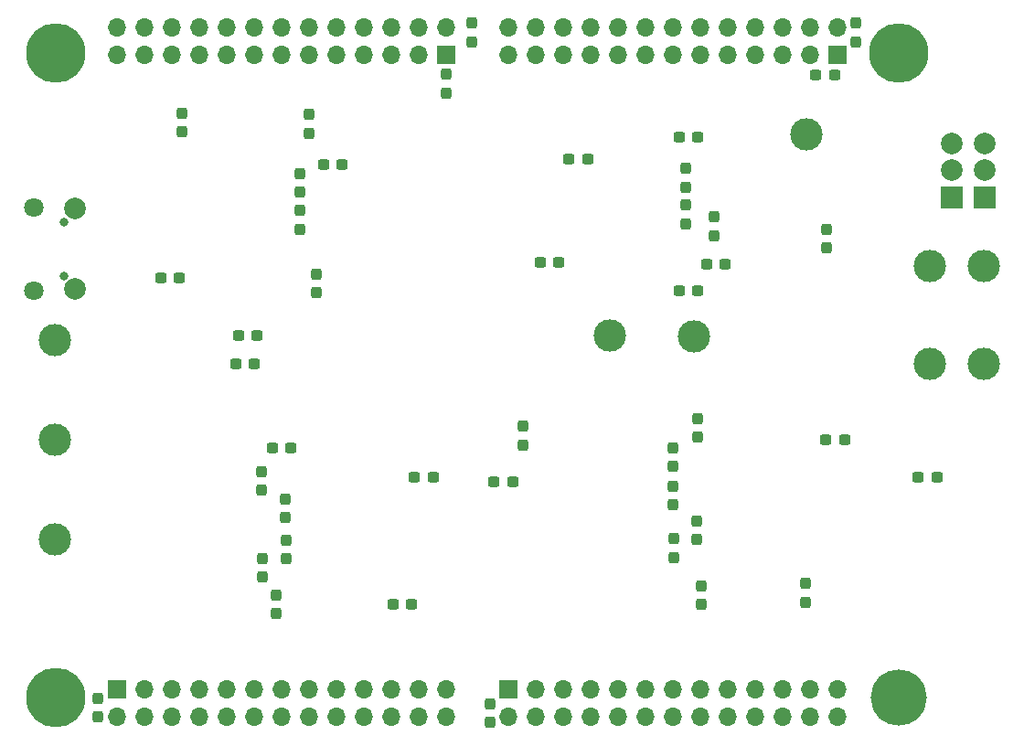
<source format=gbr>
G04 #@! TF.GenerationSoftware,KiCad,Pcbnew,(6.0.7-1)-1*
G04 #@! TF.CreationDate,2022-09-29T12:27:23-05:00*
G04 #@! TF.ProjectId,ramn,72616d6e-2e6b-4696-9361-645f70636258,rev?*
G04 #@! TF.SameCoordinates,Original*
G04 #@! TF.FileFunction,Soldermask,Bot*
G04 #@! TF.FilePolarity,Negative*
%FSLAX46Y46*%
G04 Gerber Fmt 4.6, Leading zero omitted, Abs format (unit mm)*
G04 Created by KiCad (PCBNEW (6.0.7-1)-1) date 2022-09-29 12:27:23*
%MOMM*%
%LPD*%
G01*
G04 APERTURE LIST*
G04 Aperture macros list*
%AMRoundRect*
0 Rectangle with rounded corners*
0 $1 Rounding radius*
0 $2 $3 $4 $5 $6 $7 $8 $9 X,Y pos of 4 corners*
0 Add a 4 corners polygon primitive as box body*
4,1,4,$2,$3,$4,$5,$6,$7,$8,$9,$2,$3,0*
0 Add four circle primitives for the rounded corners*
1,1,$1+$1,$2,$3*
1,1,$1+$1,$4,$5*
1,1,$1+$1,$6,$7*
1,1,$1+$1,$8,$9*
0 Add four rect primitives between the rounded corners*
20,1,$1+$1,$2,$3,$4,$5,0*
20,1,$1+$1,$4,$5,$6,$7,0*
20,1,$1+$1,$6,$7,$8,$9,0*
20,1,$1+$1,$8,$9,$2,$3,0*%
G04 Aperture macros list end*
%ADD10C,5.200000*%
%ADD11C,3.000000*%
%ADD12R,1.700000X1.700000*%
%ADD13O,1.700000X1.700000*%
%ADD14R,2.000000X2.000000*%
%ADD15C,2.000000*%
%ADD16C,5.500000*%
%ADD17C,0.800000*%
%ADD18C,1.800000*%
%ADD19RoundRect,0.237500X0.237500X-0.300000X0.237500X0.300000X-0.237500X0.300000X-0.237500X-0.300000X0*%
%ADD20RoundRect,0.237500X0.300000X0.237500X-0.300000X0.237500X-0.300000X-0.237500X0.300000X-0.237500X0*%
%ADD21RoundRect,0.237500X-0.300000X-0.237500X0.300000X-0.237500X0.300000X0.237500X-0.300000X0.237500X0*%
%ADD22RoundRect,0.237500X-0.237500X0.300000X-0.237500X-0.300000X0.237500X-0.300000X0.237500X0.300000X0*%
G04 APERTURE END LIST*
D10*
X122555000Y-106680000D03*
D11*
X95770000Y-73140000D03*
D12*
X116840000Y-47117000D03*
D13*
X116840000Y-44577000D03*
X114300000Y-47117000D03*
X114300000Y-44577000D03*
X111760000Y-47117000D03*
X111760000Y-44577000D03*
X109220000Y-47117000D03*
X109220000Y-44577000D03*
X106680000Y-47117000D03*
X106680000Y-44577000D03*
X104140000Y-47117000D03*
X104140000Y-44577000D03*
X101600000Y-47117000D03*
X101600000Y-44577000D03*
X99060000Y-47117000D03*
X99060000Y-44577000D03*
X96520000Y-47117000D03*
X96520000Y-44577000D03*
X93980000Y-47117000D03*
X93980000Y-44577000D03*
X91440000Y-47117000D03*
X91440000Y-44577000D03*
X88900000Y-47117000D03*
X88900000Y-44577000D03*
X86360000Y-47117000D03*
X86360000Y-44577000D03*
D14*
X127405000Y-60360000D03*
X130505000Y-60360000D03*
D15*
X130505000Y-57860000D03*
X127405000Y-57860000D03*
X127405000Y-55360000D03*
X130505000Y-55360000D03*
D11*
X125405000Y-75730000D03*
X44405000Y-92030000D03*
D16*
X44450000Y-106680000D03*
D12*
X86360000Y-105900000D03*
D13*
X86360000Y-108440000D03*
X88900000Y-105900000D03*
X88900000Y-108440000D03*
X91440000Y-105900000D03*
X91440000Y-108440000D03*
X93980000Y-105900000D03*
X93980000Y-108440000D03*
X96520000Y-105900000D03*
X96520000Y-108440000D03*
X99060000Y-105900000D03*
X99060000Y-108440000D03*
X101600000Y-105900000D03*
X101600000Y-108440000D03*
X104140000Y-105900000D03*
X104140000Y-108440000D03*
X106680000Y-105900000D03*
X106680000Y-108440000D03*
X109220000Y-105900000D03*
X109220000Y-108440000D03*
X111760000Y-105900000D03*
X111760000Y-108440000D03*
X114300000Y-105900000D03*
X114300000Y-108440000D03*
X116840000Y-105900000D03*
X116840000Y-108440000D03*
D11*
X113950000Y-54500000D03*
X130405000Y-75730000D03*
X44405000Y-82830000D03*
X125405000Y-66730000D03*
D16*
X44450000Y-46990000D03*
D12*
X50165000Y-105900000D03*
D13*
X50165000Y-108440000D03*
X52705000Y-105900000D03*
X52705000Y-108440000D03*
X55245000Y-105900000D03*
X55245000Y-108440000D03*
X57785000Y-105900000D03*
X57785000Y-108440000D03*
X60325000Y-105900000D03*
X60325000Y-108440000D03*
X62865000Y-105900000D03*
X62865000Y-108440000D03*
X65405000Y-105900000D03*
X65405000Y-108440000D03*
X67945000Y-105900000D03*
X67945000Y-108440000D03*
X70485000Y-105900000D03*
X70485000Y-108440000D03*
X73025000Y-105900000D03*
X73025000Y-108440000D03*
X75565000Y-105900000D03*
X75565000Y-108440000D03*
X78105000Y-105900000D03*
X78105000Y-108440000D03*
X80645000Y-105900000D03*
X80645000Y-108440000D03*
D17*
X45205000Y-67630000D03*
X45205000Y-62630000D03*
D18*
X42455000Y-61255000D03*
D15*
X46255000Y-61405000D03*
D18*
X42455000Y-69005000D03*
D15*
X46255000Y-68855000D03*
D12*
X80645000Y-47117000D03*
D13*
X80645000Y-44577000D03*
X78105000Y-47117000D03*
X78105000Y-44577000D03*
X75565000Y-47117000D03*
X75565000Y-44577000D03*
X73025000Y-47117000D03*
X73025000Y-44577000D03*
X70485000Y-47117000D03*
X70485000Y-44577000D03*
X67945000Y-47117000D03*
X67945000Y-44577000D03*
X65405000Y-47117000D03*
X65405000Y-44577000D03*
X62865000Y-47117000D03*
X62865000Y-44577000D03*
X60325000Y-47117000D03*
X60325000Y-44577000D03*
X57785000Y-47117000D03*
X57785000Y-44577000D03*
X55245000Y-47117000D03*
X55245000Y-44577000D03*
X52705000Y-47117000D03*
X52705000Y-44577000D03*
X50165000Y-47117000D03*
X50165000Y-44577000D03*
D11*
X103580000Y-73230000D03*
X130405000Y-66730000D03*
X44405000Y-73580000D03*
D16*
X122555000Y-46990000D03*
D19*
X63605000Y-95530000D03*
X63605000Y-93805000D03*
X103905000Y-82555000D03*
X103905000Y-80830000D03*
X101705000Y-93692500D03*
X101705000Y-91967500D03*
D20*
X126067500Y-86230000D03*
X124342500Y-86230000D03*
D21*
X104742500Y-66530000D03*
X106467500Y-66530000D03*
D20*
X77405000Y-98030000D03*
X75680000Y-98030000D03*
D22*
X103805000Y-90330000D03*
X103805000Y-92055000D03*
D21*
X102180000Y-54730000D03*
X103905000Y-54730000D03*
X61142500Y-75730000D03*
X62867500Y-75730000D03*
D20*
X116567500Y-49030000D03*
X114842500Y-49030000D03*
D22*
X102805000Y-57667500D03*
X102805000Y-59392500D03*
X67105000Y-61567500D03*
X67105000Y-63292500D03*
D20*
X91067500Y-66330000D03*
X89342500Y-66330000D03*
X103905000Y-69030000D03*
X102180000Y-69030000D03*
D21*
X61367500Y-73130000D03*
X63092500Y-73130000D03*
D19*
X48350000Y-108452500D03*
X48350000Y-106727500D03*
D21*
X64505000Y-83530000D03*
X66230000Y-83530000D03*
D22*
X105405000Y-62167500D03*
X105405000Y-63892500D03*
D19*
X63505000Y-87455000D03*
X63505000Y-85730000D03*
D22*
X64905000Y-97167500D03*
X64905000Y-98892500D03*
X80605000Y-48967500D03*
X80605000Y-50692500D03*
D19*
X56105000Y-54255000D03*
X56105000Y-52530000D03*
X87705000Y-83292500D03*
X87705000Y-81567500D03*
D20*
X86767500Y-86730000D03*
X85042500Y-86730000D03*
D22*
X68605000Y-67430000D03*
X68605000Y-69155000D03*
X83005000Y-44205000D03*
X83005000Y-45930000D03*
D19*
X65705000Y-90030000D03*
X65705000Y-88305000D03*
D21*
X91980000Y-56830000D03*
X93705000Y-56830000D03*
X77680000Y-86230000D03*
X79405000Y-86230000D03*
X69267500Y-57330000D03*
X70992500Y-57330000D03*
D22*
X113905000Y-96105000D03*
X113905000Y-97830000D03*
D19*
X67905000Y-54417500D03*
X67905000Y-52692500D03*
D22*
X102805000Y-61067500D03*
X102805000Y-62792500D03*
X65805000Y-92067500D03*
X65805000Y-93792500D03*
X104205000Y-96305000D03*
X104205000Y-98030000D03*
D20*
X55930000Y-67830000D03*
X54205000Y-67830000D03*
D19*
X101605000Y-85292500D03*
X101605000Y-83567500D03*
X84680000Y-108975000D03*
X84680000Y-107250000D03*
D22*
X118530000Y-44210000D03*
X118530000Y-45935000D03*
D19*
X67105000Y-59855000D03*
X67105000Y-58130000D03*
X115805000Y-65030000D03*
X115805000Y-63305000D03*
D21*
X115780000Y-82830000D03*
X117505000Y-82830000D03*
D19*
X101605000Y-88830000D03*
X101605000Y-87105000D03*
M02*

</source>
